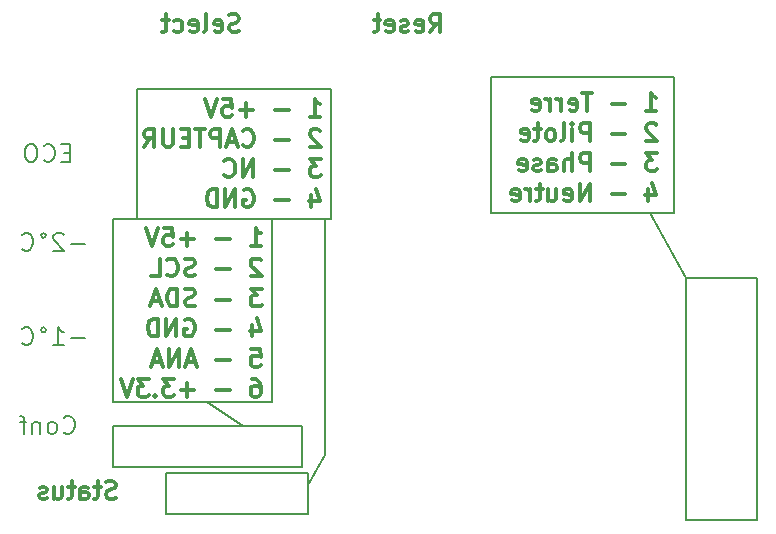
<source format=gbo>
G04 #@! TF.GenerationSoftware,KiCad,Pcbnew,(5.1.5-0)*
G04 #@! TF.CreationDate,2020-03-21T14:33:05+01:00*
G04 #@! TF.ProjectId,CaptorBoard,43617074-6f72-4426-9f61-72642e6b6963,rev?*
G04 #@! TF.SameCoordinates,Original*
G04 #@! TF.FileFunction,Legend,Bot*
G04 #@! TF.FilePolarity,Positive*
%FSLAX46Y46*%
G04 Gerber Fmt 4.6, Leading zero omitted, Abs format (unit mm)*
G04 Created by KiCad (PCBNEW (5.1.5-0)) date 2020-03-21 14:33:05*
%MOMM*%
%LPD*%
G04 APERTURE LIST*
%ADD10C,0.200000*%
%ADD11C,0.300000*%
G04 APERTURE END LIST*
D10*
X101500000Y-94000000D02*
X100000000Y-96500000D01*
D11*
X100162142Y-65353571D02*
X101019285Y-65353571D01*
X100590714Y-65353571D02*
X100590714Y-63853571D01*
X100733571Y-64067857D01*
X100876428Y-64210714D01*
X101019285Y-64282142D01*
X98376428Y-64782142D02*
X97233571Y-64782142D01*
X95376428Y-64782142D02*
X94233571Y-64782142D01*
X94805000Y-65353571D02*
X94805000Y-64210714D01*
X92805000Y-63853571D02*
X93519285Y-63853571D01*
X93590714Y-64567857D01*
X93519285Y-64496428D01*
X93376428Y-64425000D01*
X93019285Y-64425000D01*
X92876428Y-64496428D01*
X92805000Y-64567857D01*
X92733571Y-64710714D01*
X92733571Y-65067857D01*
X92805000Y-65210714D01*
X92876428Y-65282142D01*
X93019285Y-65353571D01*
X93376428Y-65353571D01*
X93519285Y-65282142D01*
X93590714Y-65210714D01*
X92305000Y-63853571D02*
X91805000Y-65353571D01*
X91305000Y-63853571D01*
X101019285Y-66546428D02*
X100947857Y-66475000D01*
X100805000Y-66403571D01*
X100447857Y-66403571D01*
X100305000Y-66475000D01*
X100233571Y-66546428D01*
X100162142Y-66689285D01*
X100162142Y-66832142D01*
X100233571Y-67046428D01*
X101090714Y-67903571D01*
X100162142Y-67903571D01*
X98376428Y-67332142D02*
X97233571Y-67332142D01*
X94519285Y-67760714D02*
X94590714Y-67832142D01*
X94805000Y-67903571D01*
X94947857Y-67903571D01*
X95162142Y-67832142D01*
X95305000Y-67689285D01*
X95376428Y-67546428D01*
X95447857Y-67260714D01*
X95447857Y-67046428D01*
X95376428Y-66760714D01*
X95305000Y-66617857D01*
X95162142Y-66475000D01*
X94947857Y-66403571D01*
X94805000Y-66403571D01*
X94590714Y-66475000D01*
X94519285Y-66546428D01*
X93947857Y-67475000D02*
X93233571Y-67475000D01*
X94090714Y-67903571D02*
X93590714Y-66403571D01*
X93090714Y-67903571D01*
X92590714Y-67903571D02*
X92590714Y-66403571D01*
X92019285Y-66403571D01*
X91876428Y-66475000D01*
X91805000Y-66546428D01*
X91733571Y-66689285D01*
X91733571Y-66903571D01*
X91805000Y-67046428D01*
X91876428Y-67117857D01*
X92019285Y-67189285D01*
X92590714Y-67189285D01*
X91305000Y-66403571D02*
X90447857Y-66403571D01*
X90876428Y-67903571D02*
X90876428Y-66403571D01*
X89947857Y-67117857D02*
X89447857Y-67117857D01*
X89233571Y-67903571D02*
X89947857Y-67903571D01*
X89947857Y-66403571D01*
X89233571Y-66403571D01*
X88590714Y-66403571D02*
X88590714Y-67617857D01*
X88519285Y-67760714D01*
X88447857Y-67832142D01*
X88305000Y-67903571D01*
X88019285Y-67903571D01*
X87876428Y-67832142D01*
X87805000Y-67760714D01*
X87733571Y-67617857D01*
X87733571Y-66403571D01*
X86162142Y-67903571D02*
X86662142Y-67189285D01*
X87019285Y-67903571D02*
X87019285Y-66403571D01*
X86447857Y-66403571D01*
X86305000Y-66475000D01*
X86233571Y-66546428D01*
X86162142Y-66689285D01*
X86162142Y-66903571D01*
X86233571Y-67046428D01*
X86305000Y-67117857D01*
X86447857Y-67189285D01*
X87019285Y-67189285D01*
X101090714Y-68953571D02*
X100162142Y-68953571D01*
X100662142Y-69525000D01*
X100447857Y-69525000D01*
X100305000Y-69596428D01*
X100233571Y-69667857D01*
X100162142Y-69810714D01*
X100162142Y-70167857D01*
X100233571Y-70310714D01*
X100305000Y-70382142D01*
X100447857Y-70453571D01*
X100876428Y-70453571D01*
X101019285Y-70382142D01*
X101090714Y-70310714D01*
X98376428Y-69882142D02*
X97233571Y-69882142D01*
X95376428Y-70453571D02*
X95376428Y-68953571D01*
X94519285Y-70453571D01*
X94519285Y-68953571D01*
X92947857Y-70310714D02*
X93019285Y-70382142D01*
X93233571Y-70453571D01*
X93376428Y-70453571D01*
X93590714Y-70382142D01*
X93733571Y-70239285D01*
X93805000Y-70096428D01*
X93876428Y-69810714D01*
X93876428Y-69596428D01*
X93805000Y-69310714D01*
X93733571Y-69167857D01*
X93590714Y-69025000D01*
X93376428Y-68953571D01*
X93233571Y-68953571D01*
X93019285Y-69025000D01*
X92947857Y-69096428D01*
X100305000Y-72003571D02*
X100305000Y-73003571D01*
X100662142Y-71432142D02*
X101019285Y-72503571D01*
X100090714Y-72503571D01*
X98376428Y-72432142D02*
X97233571Y-72432142D01*
X94590714Y-71575000D02*
X94733571Y-71503571D01*
X94947857Y-71503571D01*
X95162142Y-71575000D01*
X95305000Y-71717857D01*
X95376428Y-71860714D01*
X95447857Y-72146428D01*
X95447857Y-72360714D01*
X95376428Y-72646428D01*
X95305000Y-72789285D01*
X95162142Y-72932142D01*
X94947857Y-73003571D01*
X94805000Y-73003571D01*
X94590714Y-72932142D01*
X94519285Y-72860714D01*
X94519285Y-72360714D01*
X94805000Y-72360714D01*
X93876428Y-73003571D02*
X93876428Y-71503571D01*
X93019285Y-73003571D01*
X93019285Y-71503571D01*
X92305000Y-73003571D02*
X92305000Y-71503571D01*
X91947857Y-71503571D01*
X91733571Y-71575000D01*
X91590714Y-71717857D01*
X91519285Y-71860714D01*
X91447857Y-72146428D01*
X91447857Y-72360714D01*
X91519285Y-72646428D01*
X91590714Y-72789285D01*
X91733571Y-72932142D01*
X91947857Y-73003571D01*
X92305000Y-73003571D01*
D10*
X132000000Y-99500000D02*
X132000000Y-79000000D01*
X138000000Y-99500000D02*
X132000000Y-99500000D01*
X138000000Y-79000000D02*
X138000000Y-99500000D01*
X132000000Y-79000000D02*
X138000000Y-79000000D01*
X129000000Y-73500000D02*
X132000000Y-79000000D01*
X115500000Y-62000000D02*
X116500000Y-62000000D01*
X115500000Y-73500000D02*
X115500000Y-62000000D01*
X131000000Y-73500000D02*
X115500000Y-73500000D01*
X131000000Y-62000000D02*
X131000000Y-73500000D01*
X116000000Y-62000000D02*
X131000000Y-62000000D01*
D11*
X128662142Y-64853571D02*
X129519285Y-64853571D01*
X129090714Y-64853571D02*
X129090714Y-63353571D01*
X129233571Y-63567857D01*
X129376428Y-63710714D01*
X129519285Y-63782142D01*
X126876428Y-64282142D02*
X125733571Y-64282142D01*
X124090714Y-63353571D02*
X123233571Y-63353571D01*
X123662142Y-64853571D02*
X123662142Y-63353571D01*
X122162142Y-64782142D02*
X122305000Y-64853571D01*
X122590714Y-64853571D01*
X122733571Y-64782142D01*
X122805000Y-64639285D01*
X122805000Y-64067857D01*
X122733571Y-63925000D01*
X122590714Y-63853571D01*
X122305000Y-63853571D01*
X122162142Y-63925000D01*
X122090714Y-64067857D01*
X122090714Y-64210714D01*
X122805000Y-64353571D01*
X121447857Y-64853571D02*
X121447857Y-63853571D01*
X121447857Y-64139285D02*
X121376428Y-63996428D01*
X121305000Y-63925000D01*
X121162142Y-63853571D01*
X121019285Y-63853571D01*
X120519285Y-64853571D02*
X120519285Y-63853571D01*
X120519285Y-64139285D02*
X120447857Y-63996428D01*
X120376428Y-63925000D01*
X120233571Y-63853571D01*
X120090714Y-63853571D01*
X119019285Y-64782142D02*
X119162142Y-64853571D01*
X119447857Y-64853571D01*
X119590714Y-64782142D01*
X119662142Y-64639285D01*
X119662142Y-64067857D01*
X119590714Y-63925000D01*
X119447857Y-63853571D01*
X119162142Y-63853571D01*
X119019285Y-63925000D01*
X118947857Y-64067857D01*
X118947857Y-64210714D01*
X119662142Y-64353571D01*
X129519285Y-66046428D02*
X129447857Y-65975000D01*
X129305000Y-65903571D01*
X128947857Y-65903571D01*
X128805000Y-65975000D01*
X128733571Y-66046428D01*
X128662142Y-66189285D01*
X128662142Y-66332142D01*
X128733571Y-66546428D01*
X129590714Y-67403571D01*
X128662142Y-67403571D01*
X126876428Y-66832142D02*
X125733571Y-66832142D01*
X123876428Y-67403571D02*
X123876428Y-65903571D01*
X123305000Y-65903571D01*
X123162142Y-65975000D01*
X123090714Y-66046428D01*
X123019285Y-66189285D01*
X123019285Y-66403571D01*
X123090714Y-66546428D01*
X123162142Y-66617857D01*
X123305000Y-66689285D01*
X123876428Y-66689285D01*
X122376428Y-67403571D02*
X122376428Y-66403571D01*
X122376428Y-65903571D02*
X122447857Y-65975000D01*
X122376428Y-66046428D01*
X122305000Y-65975000D01*
X122376428Y-65903571D01*
X122376428Y-66046428D01*
X121447857Y-67403571D02*
X121590714Y-67332142D01*
X121662142Y-67189285D01*
X121662142Y-65903571D01*
X120662142Y-67403571D02*
X120805000Y-67332142D01*
X120876428Y-67260714D01*
X120947857Y-67117857D01*
X120947857Y-66689285D01*
X120876428Y-66546428D01*
X120805000Y-66475000D01*
X120662142Y-66403571D01*
X120447857Y-66403571D01*
X120305000Y-66475000D01*
X120233571Y-66546428D01*
X120162142Y-66689285D01*
X120162142Y-67117857D01*
X120233571Y-67260714D01*
X120305000Y-67332142D01*
X120447857Y-67403571D01*
X120662142Y-67403571D01*
X119733571Y-66403571D02*
X119162142Y-66403571D01*
X119519285Y-65903571D02*
X119519285Y-67189285D01*
X119447857Y-67332142D01*
X119305000Y-67403571D01*
X119162142Y-67403571D01*
X118090714Y-67332142D02*
X118233571Y-67403571D01*
X118519285Y-67403571D01*
X118662142Y-67332142D01*
X118733571Y-67189285D01*
X118733571Y-66617857D01*
X118662142Y-66475000D01*
X118519285Y-66403571D01*
X118233571Y-66403571D01*
X118090714Y-66475000D01*
X118019285Y-66617857D01*
X118019285Y-66760714D01*
X118733571Y-66903571D01*
X129590714Y-68453571D02*
X128662142Y-68453571D01*
X129162142Y-69025000D01*
X128947857Y-69025000D01*
X128805000Y-69096428D01*
X128733571Y-69167857D01*
X128662142Y-69310714D01*
X128662142Y-69667857D01*
X128733571Y-69810714D01*
X128805000Y-69882142D01*
X128947857Y-69953571D01*
X129376428Y-69953571D01*
X129519285Y-69882142D01*
X129590714Y-69810714D01*
X126876428Y-69382142D02*
X125733571Y-69382142D01*
X123876428Y-69953571D02*
X123876428Y-68453571D01*
X123305000Y-68453571D01*
X123162142Y-68525000D01*
X123090714Y-68596428D01*
X123019285Y-68739285D01*
X123019285Y-68953571D01*
X123090714Y-69096428D01*
X123162142Y-69167857D01*
X123305000Y-69239285D01*
X123876428Y-69239285D01*
X122376428Y-69953571D02*
X122376428Y-68453571D01*
X121733571Y-69953571D02*
X121733571Y-69167857D01*
X121805000Y-69025000D01*
X121947857Y-68953571D01*
X122162142Y-68953571D01*
X122305000Y-69025000D01*
X122376428Y-69096428D01*
X120376428Y-69953571D02*
X120376428Y-69167857D01*
X120447857Y-69025000D01*
X120590714Y-68953571D01*
X120876428Y-68953571D01*
X121019285Y-69025000D01*
X120376428Y-69882142D02*
X120519285Y-69953571D01*
X120876428Y-69953571D01*
X121019285Y-69882142D01*
X121090714Y-69739285D01*
X121090714Y-69596428D01*
X121019285Y-69453571D01*
X120876428Y-69382142D01*
X120519285Y-69382142D01*
X120376428Y-69310714D01*
X119733571Y-69882142D02*
X119590714Y-69953571D01*
X119305000Y-69953571D01*
X119162142Y-69882142D01*
X119090714Y-69739285D01*
X119090714Y-69667857D01*
X119162142Y-69525000D01*
X119305000Y-69453571D01*
X119519285Y-69453571D01*
X119662142Y-69382142D01*
X119733571Y-69239285D01*
X119733571Y-69167857D01*
X119662142Y-69025000D01*
X119519285Y-68953571D01*
X119305000Y-68953571D01*
X119162142Y-69025000D01*
X117876428Y-69882142D02*
X118019285Y-69953571D01*
X118305000Y-69953571D01*
X118447857Y-69882142D01*
X118519285Y-69739285D01*
X118519285Y-69167857D01*
X118447857Y-69025000D01*
X118305000Y-68953571D01*
X118019285Y-68953571D01*
X117876428Y-69025000D01*
X117805000Y-69167857D01*
X117805000Y-69310714D01*
X118519285Y-69453571D01*
X128805000Y-71503571D02*
X128805000Y-72503571D01*
X129162142Y-70932142D02*
X129519285Y-72003571D01*
X128590714Y-72003571D01*
X126876428Y-71932142D02*
X125733571Y-71932142D01*
X123876428Y-72503571D02*
X123876428Y-71003571D01*
X123019285Y-72503571D01*
X123019285Y-71003571D01*
X121733571Y-72432142D02*
X121876428Y-72503571D01*
X122162142Y-72503571D01*
X122305000Y-72432142D01*
X122376428Y-72289285D01*
X122376428Y-71717857D01*
X122305000Y-71575000D01*
X122162142Y-71503571D01*
X121876428Y-71503571D01*
X121733571Y-71575000D01*
X121662142Y-71717857D01*
X121662142Y-71860714D01*
X122376428Y-72003571D01*
X120376428Y-71503571D02*
X120376428Y-72503571D01*
X121019285Y-71503571D02*
X121019285Y-72289285D01*
X120947857Y-72432142D01*
X120805000Y-72503571D01*
X120590714Y-72503571D01*
X120447857Y-72432142D01*
X120376428Y-72360714D01*
X119876428Y-71503571D02*
X119305000Y-71503571D01*
X119662142Y-71003571D02*
X119662142Y-72289285D01*
X119590714Y-72432142D01*
X119447857Y-72503571D01*
X119305000Y-72503571D01*
X118805000Y-72503571D02*
X118805000Y-71503571D01*
X118805000Y-71789285D02*
X118733571Y-71646428D01*
X118662142Y-71575000D01*
X118519285Y-71503571D01*
X118376428Y-71503571D01*
X117305000Y-72432142D02*
X117447857Y-72503571D01*
X117733571Y-72503571D01*
X117876428Y-72432142D01*
X117947857Y-72289285D01*
X117947857Y-71717857D01*
X117876428Y-71575000D01*
X117733571Y-71503571D01*
X117447857Y-71503571D01*
X117305000Y-71575000D01*
X117233571Y-71717857D01*
X117233571Y-71860714D01*
X117947857Y-72003571D01*
D10*
X100000000Y-99000000D02*
X100000000Y-96500000D01*
X88000000Y-99000000D02*
X100000000Y-99000000D01*
X88000000Y-95500000D02*
X88000000Y-99000000D01*
X100000000Y-95500000D02*
X88000000Y-95500000D01*
X100000000Y-96500000D02*
X100000000Y-95500000D01*
X101500000Y-74000000D02*
X101500000Y-94000000D01*
X85500000Y-63000000D02*
X85500000Y-74000000D01*
X102000000Y-63000000D02*
X85500000Y-63000000D01*
X102000000Y-74000000D02*
X102000000Y-63000000D01*
X97000000Y-74000000D02*
X102000000Y-74000000D01*
X83500000Y-95000000D02*
X83500000Y-91500000D01*
X99500000Y-95000000D02*
X83500000Y-95000000D01*
X99500000Y-91500000D02*
X99500000Y-95000000D01*
X83500000Y-91500000D02*
X99500000Y-91500000D01*
X91500000Y-89500000D02*
X94500000Y-91500000D01*
X97000000Y-89500000D02*
X97000000Y-74000000D01*
X83500000Y-89500000D02*
X97000000Y-89500000D01*
X83500000Y-74000000D02*
X83500000Y-89500000D01*
X97000000Y-74000000D02*
X83500000Y-74000000D01*
D11*
X95162142Y-76303571D02*
X96019285Y-76303571D01*
X95590714Y-76303571D02*
X95590714Y-74803571D01*
X95733571Y-75017857D01*
X95876428Y-75160714D01*
X96019285Y-75232142D01*
X93376428Y-75732142D02*
X92233571Y-75732142D01*
X90376428Y-75732142D02*
X89233571Y-75732142D01*
X89805000Y-76303571D02*
X89805000Y-75160714D01*
X87805000Y-74803571D02*
X88519285Y-74803571D01*
X88590714Y-75517857D01*
X88519285Y-75446428D01*
X88376428Y-75375000D01*
X88019285Y-75375000D01*
X87876428Y-75446428D01*
X87805000Y-75517857D01*
X87733571Y-75660714D01*
X87733571Y-76017857D01*
X87805000Y-76160714D01*
X87876428Y-76232142D01*
X88019285Y-76303571D01*
X88376428Y-76303571D01*
X88519285Y-76232142D01*
X88590714Y-76160714D01*
X87305000Y-74803571D02*
X86805000Y-76303571D01*
X86305000Y-74803571D01*
X96019285Y-77496428D02*
X95947857Y-77425000D01*
X95805000Y-77353571D01*
X95447857Y-77353571D01*
X95305000Y-77425000D01*
X95233571Y-77496428D01*
X95162142Y-77639285D01*
X95162142Y-77782142D01*
X95233571Y-77996428D01*
X96090714Y-78853571D01*
X95162142Y-78853571D01*
X93376428Y-78282142D02*
X92233571Y-78282142D01*
X90447857Y-78782142D02*
X90233571Y-78853571D01*
X89876428Y-78853571D01*
X89733571Y-78782142D01*
X89662142Y-78710714D01*
X89590714Y-78567857D01*
X89590714Y-78425000D01*
X89662142Y-78282142D01*
X89733571Y-78210714D01*
X89876428Y-78139285D01*
X90162142Y-78067857D01*
X90305000Y-77996428D01*
X90376428Y-77925000D01*
X90447857Y-77782142D01*
X90447857Y-77639285D01*
X90376428Y-77496428D01*
X90305000Y-77425000D01*
X90162142Y-77353571D01*
X89805000Y-77353571D01*
X89590714Y-77425000D01*
X88090714Y-78710714D02*
X88162142Y-78782142D01*
X88376428Y-78853571D01*
X88519285Y-78853571D01*
X88733571Y-78782142D01*
X88876428Y-78639285D01*
X88947857Y-78496428D01*
X89019285Y-78210714D01*
X89019285Y-77996428D01*
X88947857Y-77710714D01*
X88876428Y-77567857D01*
X88733571Y-77425000D01*
X88519285Y-77353571D01*
X88376428Y-77353571D01*
X88162142Y-77425000D01*
X88090714Y-77496428D01*
X86733571Y-78853571D02*
X87447857Y-78853571D01*
X87447857Y-77353571D01*
X96090714Y-79903571D02*
X95162142Y-79903571D01*
X95662142Y-80475000D01*
X95447857Y-80475000D01*
X95305000Y-80546428D01*
X95233571Y-80617857D01*
X95162142Y-80760714D01*
X95162142Y-81117857D01*
X95233571Y-81260714D01*
X95305000Y-81332142D01*
X95447857Y-81403571D01*
X95876428Y-81403571D01*
X96019285Y-81332142D01*
X96090714Y-81260714D01*
X93376428Y-80832142D02*
X92233571Y-80832142D01*
X90447857Y-81332142D02*
X90233571Y-81403571D01*
X89876428Y-81403571D01*
X89733571Y-81332142D01*
X89662142Y-81260714D01*
X89590714Y-81117857D01*
X89590714Y-80975000D01*
X89662142Y-80832142D01*
X89733571Y-80760714D01*
X89876428Y-80689285D01*
X90162142Y-80617857D01*
X90305000Y-80546428D01*
X90376428Y-80475000D01*
X90447857Y-80332142D01*
X90447857Y-80189285D01*
X90376428Y-80046428D01*
X90305000Y-79975000D01*
X90162142Y-79903571D01*
X89805000Y-79903571D01*
X89590714Y-79975000D01*
X88947857Y-81403571D02*
X88947857Y-79903571D01*
X88590714Y-79903571D01*
X88376428Y-79975000D01*
X88233571Y-80117857D01*
X88162142Y-80260714D01*
X88090714Y-80546428D01*
X88090714Y-80760714D01*
X88162142Y-81046428D01*
X88233571Y-81189285D01*
X88376428Y-81332142D01*
X88590714Y-81403571D01*
X88947857Y-81403571D01*
X87519285Y-80975000D02*
X86805000Y-80975000D01*
X87662142Y-81403571D02*
X87162142Y-79903571D01*
X86662142Y-81403571D01*
X95305000Y-82953571D02*
X95305000Y-83953571D01*
X95662142Y-82382142D02*
X96019285Y-83453571D01*
X95090714Y-83453571D01*
X93376428Y-83382142D02*
X92233571Y-83382142D01*
X89590714Y-82525000D02*
X89733571Y-82453571D01*
X89947857Y-82453571D01*
X90162142Y-82525000D01*
X90305000Y-82667857D01*
X90376428Y-82810714D01*
X90447857Y-83096428D01*
X90447857Y-83310714D01*
X90376428Y-83596428D01*
X90305000Y-83739285D01*
X90162142Y-83882142D01*
X89947857Y-83953571D01*
X89805000Y-83953571D01*
X89590714Y-83882142D01*
X89519285Y-83810714D01*
X89519285Y-83310714D01*
X89805000Y-83310714D01*
X88876428Y-83953571D02*
X88876428Y-82453571D01*
X88019285Y-83953571D01*
X88019285Y-82453571D01*
X87305000Y-83953571D02*
X87305000Y-82453571D01*
X86947857Y-82453571D01*
X86733571Y-82525000D01*
X86590714Y-82667857D01*
X86519285Y-82810714D01*
X86447857Y-83096428D01*
X86447857Y-83310714D01*
X86519285Y-83596428D01*
X86590714Y-83739285D01*
X86733571Y-83882142D01*
X86947857Y-83953571D01*
X87305000Y-83953571D01*
X95233571Y-85003571D02*
X95947857Y-85003571D01*
X96019285Y-85717857D01*
X95947857Y-85646428D01*
X95805000Y-85575000D01*
X95447857Y-85575000D01*
X95305000Y-85646428D01*
X95233571Y-85717857D01*
X95162142Y-85860714D01*
X95162142Y-86217857D01*
X95233571Y-86360714D01*
X95305000Y-86432142D01*
X95447857Y-86503571D01*
X95805000Y-86503571D01*
X95947857Y-86432142D01*
X96019285Y-86360714D01*
X93376428Y-85932142D02*
X92233571Y-85932142D01*
X90447857Y-86075000D02*
X89733571Y-86075000D01*
X90590714Y-86503571D02*
X90090714Y-85003571D01*
X89590714Y-86503571D01*
X89090714Y-86503571D02*
X89090714Y-85003571D01*
X88233571Y-86503571D01*
X88233571Y-85003571D01*
X87590714Y-86075000D02*
X86876428Y-86075000D01*
X87733571Y-86503571D02*
X87233571Y-85003571D01*
X86733571Y-86503571D01*
X95305000Y-87553571D02*
X95590714Y-87553571D01*
X95733571Y-87625000D01*
X95805000Y-87696428D01*
X95947857Y-87910714D01*
X96019285Y-88196428D01*
X96019285Y-88767857D01*
X95947857Y-88910714D01*
X95876428Y-88982142D01*
X95733571Y-89053571D01*
X95447857Y-89053571D01*
X95305000Y-88982142D01*
X95233571Y-88910714D01*
X95162142Y-88767857D01*
X95162142Y-88410714D01*
X95233571Y-88267857D01*
X95305000Y-88196428D01*
X95447857Y-88125000D01*
X95733571Y-88125000D01*
X95876428Y-88196428D01*
X95947857Y-88267857D01*
X96019285Y-88410714D01*
X93376428Y-88482142D02*
X92233571Y-88482142D01*
X90376428Y-88482142D02*
X89233571Y-88482142D01*
X89805000Y-89053571D02*
X89805000Y-87910714D01*
X88662142Y-87553571D02*
X87733571Y-87553571D01*
X88233571Y-88125000D01*
X88019285Y-88125000D01*
X87876428Y-88196428D01*
X87805000Y-88267857D01*
X87733571Y-88410714D01*
X87733571Y-88767857D01*
X87805000Y-88910714D01*
X87876428Y-88982142D01*
X88019285Y-89053571D01*
X88447857Y-89053571D01*
X88590714Y-88982142D01*
X88662142Y-88910714D01*
X87090714Y-88910714D02*
X87019285Y-88982142D01*
X87090714Y-89053571D01*
X87162142Y-88982142D01*
X87090714Y-88910714D01*
X87090714Y-89053571D01*
X86519285Y-87553571D02*
X85590714Y-87553571D01*
X86090714Y-88125000D01*
X85876428Y-88125000D01*
X85733571Y-88196428D01*
X85662142Y-88267857D01*
X85590714Y-88410714D01*
X85590714Y-88767857D01*
X85662142Y-88910714D01*
X85733571Y-88982142D01*
X85876428Y-89053571D01*
X86305000Y-89053571D01*
X86447857Y-88982142D01*
X86519285Y-88910714D01*
X85162142Y-87553571D02*
X84662142Y-89053571D01*
X84162142Y-87553571D01*
X94178571Y-58107142D02*
X93964285Y-58178571D01*
X93607142Y-58178571D01*
X93464285Y-58107142D01*
X93392857Y-58035714D01*
X93321428Y-57892857D01*
X93321428Y-57750000D01*
X93392857Y-57607142D01*
X93464285Y-57535714D01*
X93607142Y-57464285D01*
X93892857Y-57392857D01*
X94035714Y-57321428D01*
X94107142Y-57250000D01*
X94178571Y-57107142D01*
X94178571Y-56964285D01*
X94107142Y-56821428D01*
X94035714Y-56750000D01*
X93892857Y-56678571D01*
X93535714Y-56678571D01*
X93321428Y-56750000D01*
X92107142Y-58107142D02*
X92250000Y-58178571D01*
X92535714Y-58178571D01*
X92678571Y-58107142D01*
X92750000Y-57964285D01*
X92750000Y-57392857D01*
X92678571Y-57250000D01*
X92535714Y-57178571D01*
X92250000Y-57178571D01*
X92107142Y-57250000D01*
X92035714Y-57392857D01*
X92035714Y-57535714D01*
X92750000Y-57678571D01*
X91178571Y-58178571D02*
X91321428Y-58107142D01*
X91392857Y-57964285D01*
X91392857Y-56678571D01*
X90035714Y-58107142D02*
X90178571Y-58178571D01*
X90464285Y-58178571D01*
X90607142Y-58107142D01*
X90678571Y-57964285D01*
X90678571Y-57392857D01*
X90607142Y-57250000D01*
X90464285Y-57178571D01*
X90178571Y-57178571D01*
X90035714Y-57250000D01*
X89964285Y-57392857D01*
X89964285Y-57535714D01*
X90678571Y-57678571D01*
X88678571Y-58107142D02*
X88821428Y-58178571D01*
X89107142Y-58178571D01*
X89250000Y-58107142D01*
X89321428Y-58035714D01*
X89392857Y-57892857D01*
X89392857Y-57464285D01*
X89321428Y-57321428D01*
X89250000Y-57250000D01*
X89107142Y-57178571D01*
X88821428Y-57178571D01*
X88678571Y-57250000D01*
X88250000Y-57178571D02*
X87678571Y-57178571D01*
X88035714Y-56678571D02*
X88035714Y-57964285D01*
X87964285Y-58107142D01*
X87821428Y-58178571D01*
X87678571Y-58178571D01*
X110357142Y-58178571D02*
X110857142Y-57464285D01*
X111214285Y-58178571D02*
X111214285Y-56678571D01*
X110642857Y-56678571D01*
X110500000Y-56750000D01*
X110428571Y-56821428D01*
X110357142Y-56964285D01*
X110357142Y-57178571D01*
X110428571Y-57321428D01*
X110500000Y-57392857D01*
X110642857Y-57464285D01*
X111214285Y-57464285D01*
X109142857Y-58107142D02*
X109285714Y-58178571D01*
X109571428Y-58178571D01*
X109714285Y-58107142D01*
X109785714Y-57964285D01*
X109785714Y-57392857D01*
X109714285Y-57250000D01*
X109571428Y-57178571D01*
X109285714Y-57178571D01*
X109142857Y-57250000D01*
X109071428Y-57392857D01*
X109071428Y-57535714D01*
X109785714Y-57678571D01*
X108500000Y-58107142D02*
X108357142Y-58178571D01*
X108071428Y-58178571D01*
X107928571Y-58107142D01*
X107857142Y-57964285D01*
X107857142Y-57892857D01*
X107928571Y-57750000D01*
X108071428Y-57678571D01*
X108285714Y-57678571D01*
X108428571Y-57607142D01*
X108500000Y-57464285D01*
X108500000Y-57392857D01*
X108428571Y-57250000D01*
X108285714Y-57178571D01*
X108071428Y-57178571D01*
X107928571Y-57250000D01*
X106642857Y-58107142D02*
X106785714Y-58178571D01*
X107071428Y-58178571D01*
X107214285Y-58107142D01*
X107285714Y-57964285D01*
X107285714Y-57392857D01*
X107214285Y-57250000D01*
X107071428Y-57178571D01*
X106785714Y-57178571D01*
X106642857Y-57250000D01*
X106571428Y-57392857D01*
X106571428Y-57535714D01*
X107285714Y-57678571D01*
X106142857Y-57178571D02*
X105571428Y-57178571D01*
X105928571Y-56678571D02*
X105928571Y-57964285D01*
X105857142Y-58107142D01*
X105714285Y-58178571D01*
X105571428Y-58178571D01*
D10*
X79857142Y-68392857D02*
X79357142Y-68392857D01*
X79142857Y-69178571D02*
X79857142Y-69178571D01*
X79857142Y-67678571D01*
X79142857Y-67678571D01*
X77642857Y-69035714D02*
X77714285Y-69107142D01*
X77928571Y-69178571D01*
X78071428Y-69178571D01*
X78285714Y-69107142D01*
X78428571Y-68964285D01*
X78500000Y-68821428D01*
X78571428Y-68535714D01*
X78571428Y-68321428D01*
X78500000Y-68035714D01*
X78428571Y-67892857D01*
X78285714Y-67750000D01*
X78071428Y-67678571D01*
X77928571Y-67678571D01*
X77714285Y-67750000D01*
X77642857Y-67821428D01*
X76714285Y-67678571D02*
X76428571Y-67678571D01*
X76285714Y-67750000D01*
X76142857Y-67892857D01*
X76071428Y-68178571D01*
X76071428Y-68678571D01*
X76142857Y-68964285D01*
X76285714Y-69107142D01*
X76428571Y-69178571D01*
X76714285Y-69178571D01*
X76857142Y-69107142D01*
X77000000Y-68964285D01*
X77071428Y-68678571D01*
X77071428Y-68178571D01*
X77000000Y-67892857D01*
X76857142Y-67750000D01*
X76714285Y-67678571D01*
X81107142Y-76107142D02*
X79964285Y-76107142D01*
X79321428Y-75321428D02*
X79250000Y-75250000D01*
X79107142Y-75178571D01*
X78750000Y-75178571D01*
X78607142Y-75250000D01*
X78535714Y-75321428D01*
X78464285Y-75464285D01*
X78464285Y-75607142D01*
X78535714Y-75821428D01*
X79392857Y-76678571D01*
X78464285Y-76678571D01*
X77607142Y-75178571D02*
X77750000Y-75250000D01*
X77821428Y-75392857D01*
X77750000Y-75535714D01*
X77607142Y-75607142D01*
X77464285Y-75535714D01*
X77392857Y-75392857D01*
X77464285Y-75250000D01*
X77607142Y-75178571D01*
X75821428Y-76535714D02*
X75892857Y-76607142D01*
X76107142Y-76678571D01*
X76250000Y-76678571D01*
X76464285Y-76607142D01*
X76607142Y-76464285D01*
X76678571Y-76321428D01*
X76750000Y-76035714D01*
X76750000Y-75821428D01*
X76678571Y-75535714D01*
X76607142Y-75392857D01*
X76464285Y-75250000D01*
X76250000Y-75178571D01*
X76107142Y-75178571D01*
X75892857Y-75250000D01*
X75821428Y-75321428D01*
X81107142Y-84107142D02*
X79964285Y-84107142D01*
X78464285Y-84678571D02*
X79321428Y-84678571D01*
X78892857Y-84678571D02*
X78892857Y-83178571D01*
X79035714Y-83392857D01*
X79178571Y-83535714D01*
X79321428Y-83607142D01*
X77607142Y-83178571D02*
X77750000Y-83250000D01*
X77821428Y-83392857D01*
X77750000Y-83535714D01*
X77607142Y-83607142D01*
X77464285Y-83535714D01*
X77392857Y-83392857D01*
X77464285Y-83250000D01*
X77607142Y-83178571D01*
X75821428Y-84535714D02*
X75892857Y-84607142D01*
X76107142Y-84678571D01*
X76250000Y-84678571D01*
X76464285Y-84607142D01*
X76607142Y-84464285D01*
X76678571Y-84321428D01*
X76750000Y-84035714D01*
X76750000Y-83821428D01*
X76678571Y-83535714D01*
X76607142Y-83392857D01*
X76464285Y-83250000D01*
X76250000Y-83178571D01*
X76107142Y-83178571D01*
X75892857Y-83250000D01*
X75821428Y-83321428D01*
X79321428Y-92035714D02*
X79392857Y-92107142D01*
X79607142Y-92178571D01*
X79750000Y-92178571D01*
X79964285Y-92107142D01*
X80107142Y-91964285D01*
X80178571Y-91821428D01*
X80250000Y-91535714D01*
X80250000Y-91321428D01*
X80178571Y-91035714D01*
X80107142Y-90892857D01*
X79964285Y-90750000D01*
X79750000Y-90678571D01*
X79607142Y-90678571D01*
X79392857Y-90750000D01*
X79321428Y-90821428D01*
X78464285Y-92178571D02*
X78607142Y-92107142D01*
X78678571Y-92035714D01*
X78750000Y-91892857D01*
X78750000Y-91464285D01*
X78678571Y-91321428D01*
X78607142Y-91250000D01*
X78464285Y-91178571D01*
X78250000Y-91178571D01*
X78107142Y-91250000D01*
X78035714Y-91321428D01*
X77964285Y-91464285D01*
X77964285Y-91892857D01*
X78035714Y-92035714D01*
X78107142Y-92107142D01*
X78250000Y-92178571D01*
X78464285Y-92178571D01*
X77321428Y-91178571D02*
X77321428Y-92178571D01*
X77321428Y-91321428D02*
X77250000Y-91250000D01*
X77107142Y-91178571D01*
X76892857Y-91178571D01*
X76750000Y-91250000D01*
X76678571Y-91392857D01*
X76678571Y-92178571D01*
X76178571Y-91178571D02*
X75607142Y-91178571D01*
X75964285Y-92178571D02*
X75964285Y-90892857D01*
X75892857Y-90750000D01*
X75750000Y-90678571D01*
X75607142Y-90678571D01*
D11*
X83750000Y-97607142D02*
X83535714Y-97678571D01*
X83178571Y-97678571D01*
X83035714Y-97607142D01*
X82964285Y-97535714D01*
X82892857Y-97392857D01*
X82892857Y-97250000D01*
X82964285Y-97107142D01*
X83035714Y-97035714D01*
X83178571Y-96964285D01*
X83464285Y-96892857D01*
X83607142Y-96821428D01*
X83678571Y-96750000D01*
X83750000Y-96607142D01*
X83750000Y-96464285D01*
X83678571Y-96321428D01*
X83607142Y-96250000D01*
X83464285Y-96178571D01*
X83107142Y-96178571D01*
X82892857Y-96250000D01*
X82464285Y-96678571D02*
X81892857Y-96678571D01*
X82250000Y-96178571D02*
X82250000Y-97464285D01*
X82178571Y-97607142D01*
X82035714Y-97678571D01*
X81892857Y-97678571D01*
X80750000Y-97678571D02*
X80750000Y-96892857D01*
X80821428Y-96750000D01*
X80964285Y-96678571D01*
X81250000Y-96678571D01*
X81392857Y-96750000D01*
X80750000Y-97607142D02*
X80892857Y-97678571D01*
X81250000Y-97678571D01*
X81392857Y-97607142D01*
X81464285Y-97464285D01*
X81464285Y-97321428D01*
X81392857Y-97178571D01*
X81250000Y-97107142D01*
X80892857Y-97107142D01*
X80750000Y-97035714D01*
X80250000Y-96678571D02*
X79678571Y-96678571D01*
X80035714Y-96178571D02*
X80035714Y-97464285D01*
X79964285Y-97607142D01*
X79821428Y-97678571D01*
X79678571Y-97678571D01*
X78535714Y-96678571D02*
X78535714Y-97678571D01*
X79178571Y-96678571D02*
X79178571Y-97464285D01*
X79107142Y-97607142D01*
X78964285Y-97678571D01*
X78750000Y-97678571D01*
X78607142Y-97607142D01*
X78535714Y-97535714D01*
X77892857Y-97607142D02*
X77750000Y-97678571D01*
X77464285Y-97678571D01*
X77321428Y-97607142D01*
X77250000Y-97464285D01*
X77250000Y-97392857D01*
X77321428Y-97250000D01*
X77464285Y-97178571D01*
X77678571Y-97178571D01*
X77821428Y-97107142D01*
X77892857Y-96964285D01*
X77892857Y-96892857D01*
X77821428Y-96750000D01*
X77678571Y-96678571D01*
X77464285Y-96678571D01*
X77321428Y-96750000D01*
M02*

</source>
